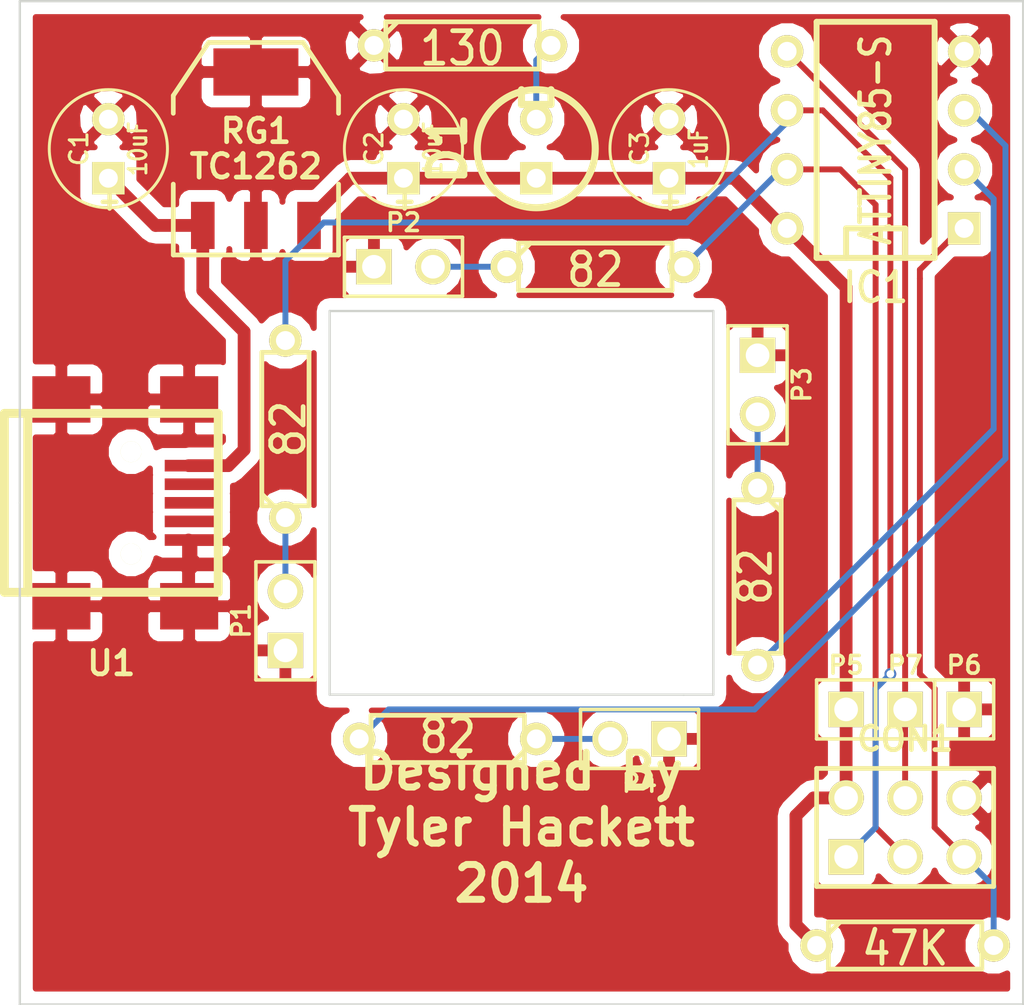
<source format=kicad_pcb>
(kicad_pcb (version 3) (host pcbnew "(2013-07-07 BZR 4022)-stable")

  (general
    (links 41)
    (no_connects 0)
    (area 175.736956 109.169999 221.3356 152.450001)
    (thickness 1.6)
    (drawings 12)
    (tracks 71)
    (zones 0)
    (modules 21)
    (nets 15)
  )

  (page A3)
  (layers
    (15 F.Cu signal)
    (0 B.Cu signal)
    (16 B.Adhes user)
    (17 F.Adhes user)
    (18 B.Paste user)
    (19 F.Paste user)
    (20 B.SilkS user)
    (21 F.SilkS user)
    (22 B.Mask user)
    (23 F.Mask user)
    (24 Dwgs.User user)
    (25 Cmts.User user)
    (26 Eco1.User user)
    (27 Eco2.User user)
    (28 Edge.Cuts user)
  )

  (setup
    (last_trace_width 0.254)
    (trace_clearance 0.2032)
    (zone_clearance 0.508)
    (zone_45_only no)
    (trace_min 0.254)
    (segment_width 0.2)
    (edge_width 0.1)
    (via_size 0.508)
    (via_drill 0.3302)
    (via_min_size 0.508)
    (via_min_drill 0.3302)
    (uvia_size 0.508)
    (uvia_drill 0.127)
    (uvias_allowed no)
    (uvia_min_size 0.508)
    (uvia_min_drill 0.127)
    (pcb_text_width 0.3)
    (pcb_text_size 1.5 1.5)
    (mod_edge_width 0.15)
    (mod_text_size 1 1)
    (mod_text_width 0.15)
    (pad_size 2.49936 1.99898)
    (pad_drill 0)
    (pad_to_mask_clearance 0)
    (aux_axis_origin 0 0)
    (visible_elements 7FFFFFFF)
    (pcbplotparams
      (layerselection 284196865)
      (usegerberextensions true)
      (excludeedgelayer true)
      (linewidth 0.150000)
      (plotframeref false)
      (viasonmask false)
      (mode 1)
      (useauxorigin false)
      (hpglpennumber 1)
      (hpglpenspeed 20)
      (hpglpendiameter 15)
      (hpglpenoverlay 2)
      (psnegative false)
      (psa4output false)
      (plotreference true)
      (plotvalue true)
      (plotothertext true)
      (plotinvisibletext false)
      (padsonsilk false)
      (subtractmaskfromsilk true)
      (outputformat 1)
      (mirror false)
      (drillshape 0)
      (scaleselection 1)
      (outputdirectory S:/Users/TyDesktop/Documents/GitHub/3D-LED-Companion-Cube/src/Circuit/Companion_Cube_DIP/Gerber/))
  )

  (net 0 "")
  (net 1 GND)
  (net 2 N-0000010)
  (net 3 N-0000011)
  (net 4 N-0000012)
  (net 5 N-0000017)
  (net 6 N-000002)
  (net 7 N-000003)
  (net 8 N-000004)
  (net 9 N-000005)
  (net 10 N-000006)
  (net 11 N-000007)
  (net 12 N-000008)
  (net 13 N-000009)
  (net 14 VCC)

  (net_class Default "This is the default net class."
    (clearance 0.2032)
    (trace_width 0.254)
    (via_dia 0.508)
    (via_drill 0.3302)
    (uvia_dia 0.508)
    (uvia_drill 0.127)
    (add_net "")
    (add_net N-0000010)
    (add_net N-0000011)
    (add_net N-0000012)
    (add_net N-000002)
    (add_net N-000003)
    (add_net N-000004)
    (add_net N-000005)
    (add_net N-000006)
    (add_net N-000007)
    (add_net N-000008)
    (add_net N-000009)
  )

  (net_class VCC ""
    (clearance 0.254)
    (trace_width 0.55)
    (via_dia 1)
    (via_drill 0.635)
    (uvia_dia 0.508)
    (uvia_drill 0.127)
    (add_net GND)
    (add_net N-0000017)
    (add_net VCC)
  )

  (module USB_MINI_B (layer F.Cu) (tedit 54897155) (tstamp 54890D87)
    (at 181.737 130.81)
    (descr "USB Mini-B 5-pin SMD connector")
    (tags "USB, Mini-B, connector")
    (path /54803DB7)
    (fp_text reference U1 (at 0 6.90118) (layer F.SilkS)
      (effects (font (size 1.016 1.016) (thickness 0.2032)))
    )
    (fp_text value MINI-B_USB (at 0 -7.0993) (layer F.SilkS) hide
      (effects (font (size 1.016 1.016) (thickness 0.2032)))
    )
    (fp_line (start -3.59918 -3.85064) (end -3.59918 3.85064) (layer F.SilkS) (width 0.381))
    (fp_line (start -4.59994 -3.85064) (end -4.59994 3.85064) (layer F.SilkS) (width 0.381))
    (fp_line (start -4.59994 3.85064) (end 4.59994 3.85064) (layer F.SilkS) (width 0.381))
    (fp_line (start 4.59994 3.85064) (end 4.59994 -3.85064) (layer F.SilkS) (width 0.381))
    (fp_line (start 4.59994 -3.85064) (end -4.59994 -3.85064) (layer F.SilkS) (width 0.381))
    (pad 1 smd rect (at 3.44932 -1.6002) (size 2.30124 0.50038)
      (layers F.Cu F.Paste F.Mask)
      (net 5 N-0000017)
    )
    (pad 2 smd rect (at 3.44932 -0.8001) (size 2.30124 0.50038)
      (layers F.Cu F.Paste F.Mask)
    )
    (pad 3 smd rect (at 3.44932 0) (size 2.30124 0.50038)
      (layers F.Cu F.Paste F.Mask)
    )
    (pad 4 smd rect (at 3.44932 0.8001) (size 2.30124 0.50038)
      (layers F.Cu F.Paste F.Mask)
    )
    (pad 5 smd rect (at 3.44932 1.6002) (size 2.30124 0.50038)
      (layers F.Cu F.Paste F.Mask)
      (net 1 GND)
    )
    (pad 6 smd rect (at 3.35026 -4.45008) (size 2.49936 1.99898)
      (layers F.Cu F.Paste F.Mask)
      (net 1 GND)
    )
    (pad 7 smd rect (at -2.14884 -4.45008) (size 2.49936 1.99898)
      (layers F.Cu F.Paste F.Mask)
      (net 1 GND)
    )
    (pad 8 smd rect (at 3.35026 4.45008) (size 2.49936 1.99898)
      (layers F.Cu F.Paste F.Mask)
      (net 1 GND)
    )
    (pad 9 smd rect (at -2.14884 4.45008) (size 2.49936 1.99898)
      (layers F.Cu F.Paste F.Mask)
      (net 1 GND)
    )
    (pad "" np_thru_hole circle (at 0.8509 -2.19964) (size 0.89916 0.89916) (drill 0.89916)
      (layers *.Cu *.Mask F.SilkS)
    )
    (pad 2 np_thru_hole circle (at 0.8509 2.19964) (size 0.89916 0.89916) (drill 0.89916)
      (layers *.Cu *.Mask F.SilkS)
    )
  )

  (module SOT223 (layer F.Cu) (tedit 200000) (tstamp 54890D97)
    (at 187.96 115.57)
    (descr "module CMS SOT223 4 pins")
    (tags "CMS SOT")
    (path /54804EE1)
    (attr smd)
    (fp_text reference RG1 (at 0 -0.762) (layer F.SilkS)
      (effects (font (size 1.016 1.016) (thickness 0.2032)))
    )
    (fp_text value TC1262 (at 0 0.762) (layer F.SilkS)
      (effects (font (size 1.016 1.016) (thickness 0.2032)))
    )
    (fp_line (start -3.556 1.524) (end -3.556 4.572) (layer F.SilkS) (width 0.2032))
    (fp_line (start -3.556 4.572) (end 3.556 4.572) (layer F.SilkS) (width 0.2032))
    (fp_line (start 3.556 4.572) (end 3.556 1.524) (layer F.SilkS) (width 0.2032))
    (fp_line (start -3.556 -1.524) (end -3.556 -2.286) (layer F.SilkS) (width 0.2032))
    (fp_line (start -3.556 -2.286) (end -2.032 -4.572) (layer F.SilkS) (width 0.2032))
    (fp_line (start -2.032 -4.572) (end 2.032 -4.572) (layer F.SilkS) (width 0.2032))
    (fp_line (start 2.032 -4.572) (end 3.556 -2.286) (layer F.SilkS) (width 0.2032))
    (fp_line (start 3.556 -2.286) (end 3.556 -1.524) (layer F.SilkS) (width 0.2032))
    (pad 4 smd rect (at 0 -3.302) (size 3.6576 2.032)
      (layers F.Cu F.Paste F.Mask)
      (net 1 GND)
    )
    (pad 2 smd rect (at 0 3.302) (size 1.016 2.032)
      (layers F.Cu F.Paste F.Mask)
      (net 1 GND)
    )
    (pad 3 smd rect (at 2.286 3.302) (size 1.016 2.032)
      (layers F.Cu F.Paste F.Mask)
      (net 14 VCC)
    )
    (pad 1 smd rect (at -2.286 3.302) (size 1.016 2.032)
      (layers F.Cu F.Paste F.Mask)
      (net 5 N-0000017)
    )
    (model smd/SOT223.wrl
      (at (xyz 0 0 0))
      (scale (xyz 0.4 0.4 0.4))
      (rotate (xyz 0 0 0))
    )
  )

  (module R3 (layer F.Cu) (tedit 4E4C0E65) (tstamp 54890DB9)
    (at 196.215 140.97 180)
    (descr "Resitance 3 pas")
    (tags R)
    (path /54803F19)
    (autoplace_cost180 10)
    (fp_text reference R4 (at 0 0.127 180) (layer F.SilkS) hide
      (effects (font (size 1.397 1.27) (thickness 0.2032)))
    )
    (fp_text value 82 (at 0 0.127 180) (layer F.SilkS)
      (effects (font (size 1.397 1.27) (thickness 0.2032)))
    )
    (fp_line (start -3.81 0) (end -3.302 0) (layer F.SilkS) (width 0.2032))
    (fp_line (start 3.81 0) (end 3.302 0) (layer F.SilkS) (width 0.2032))
    (fp_line (start 3.302 0) (end 3.302 -1.016) (layer F.SilkS) (width 0.2032))
    (fp_line (start 3.302 -1.016) (end -3.302 -1.016) (layer F.SilkS) (width 0.2032))
    (fp_line (start -3.302 -1.016) (end -3.302 1.016) (layer F.SilkS) (width 0.2032))
    (fp_line (start -3.302 1.016) (end 3.302 1.016) (layer F.SilkS) (width 0.2032))
    (fp_line (start 3.302 1.016) (end 3.302 0) (layer F.SilkS) (width 0.2032))
    (fp_line (start -3.302 -0.508) (end -2.794 -1.016) (layer F.SilkS) (width 0.2032))
    (pad 1 thru_hole circle (at -3.81 0 180) (size 1.397 1.397) (drill 0.8128)
      (layers *.Cu *.Mask F.SilkS)
      (net 12 N-000008)
    )
    (pad 2 thru_hole circle (at 3.81 0 180) (size 1.397 1.397) (drill 0.8128)
      (layers *.Cu *.Mask F.SilkS)
      (net 8 N-000004)
    )
    (model discret/resistor.wrl
      (at (xyz 0 0 0))
      (scale (xyz 0.3 0.3 0.3))
      (rotate (xyz 0 0 0))
    )
  )

  (module R3 (layer F.Cu) (tedit 4E4C0E65) (tstamp 54890DC7)
    (at 209.55 133.985 270)
    (descr "Resitance 3 pas")
    (tags R)
    (path /54803F42)
    (autoplace_cost180 10)
    (fp_text reference R3 (at 0 0.127 270) (layer F.SilkS) hide
      (effects (font (size 1.397 1.27) (thickness 0.2032)))
    )
    (fp_text value 82 (at 0 0.127 270) (layer F.SilkS)
      (effects (font (size 1.397 1.27) (thickness 0.2032)))
    )
    (fp_line (start -3.81 0) (end -3.302 0) (layer F.SilkS) (width 0.2032))
    (fp_line (start 3.81 0) (end 3.302 0) (layer F.SilkS) (width 0.2032))
    (fp_line (start 3.302 0) (end 3.302 -1.016) (layer F.SilkS) (width 0.2032))
    (fp_line (start 3.302 -1.016) (end -3.302 -1.016) (layer F.SilkS) (width 0.2032))
    (fp_line (start -3.302 -1.016) (end -3.302 1.016) (layer F.SilkS) (width 0.2032))
    (fp_line (start -3.302 1.016) (end 3.302 1.016) (layer F.SilkS) (width 0.2032))
    (fp_line (start 3.302 1.016) (end 3.302 0) (layer F.SilkS) (width 0.2032))
    (fp_line (start -3.302 -0.508) (end -2.794 -1.016) (layer F.SilkS) (width 0.2032))
    (pad 1 thru_hole circle (at -3.81 0 270) (size 1.397 1.397) (drill 0.8128)
      (layers *.Cu *.Mask F.SilkS)
      (net 2 N-0000010)
    )
    (pad 2 thru_hole circle (at 3.81 0 270) (size 1.397 1.397) (drill 0.8128)
      (layers *.Cu *.Mask F.SilkS)
      (net 9 N-000005)
    )
    (model discret/resistor.wrl
      (at (xyz 0 0 0))
      (scale (xyz 0.3 0.3 0.3))
      (rotate (xyz 0 0 0))
    )
  )

  (module R3 (layer F.Cu) (tedit 4E4C0E65) (tstamp 54890DD5)
    (at 202.565 120.65)
    (descr "Resitance 3 pas")
    (tags R)
    (path /54803F51)
    (autoplace_cost180 10)
    (fp_text reference R2 (at 0 0.127) (layer F.SilkS) hide
      (effects (font (size 1.397 1.27) (thickness 0.2032)))
    )
    (fp_text value 82 (at 0 0.127) (layer F.SilkS)
      (effects (font (size 1.397 1.27) (thickness 0.2032)))
    )
    (fp_line (start -3.81 0) (end -3.302 0) (layer F.SilkS) (width 0.2032))
    (fp_line (start 3.81 0) (end 3.302 0) (layer F.SilkS) (width 0.2032))
    (fp_line (start 3.302 0) (end 3.302 -1.016) (layer F.SilkS) (width 0.2032))
    (fp_line (start 3.302 -1.016) (end -3.302 -1.016) (layer F.SilkS) (width 0.2032))
    (fp_line (start -3.302 -1.016) (end -3.302 1.016) (layer F.SilkS) (width 0.2032))
    (fp_line (start -3.302 1.016) (end 3.302 1.016) (layer F.SilkS) (width 0.2032))
    (fp_line (start 3.302 1.016) (end 3.302 0) (layer F.SilkS) (width 0.2032))
    (fp_line (start -3.302 -0.508) (end -2.794 -1.016) (layer F.SilkS) (width 0.2032))
    (pad 1 thru_hole circle (at -3.81 0) (size 1.397 1.397) (drill 0.8128)
      (layers *.Cu *.Mask F.SilkS)
      (net 3 N-0000011)
    )
    (pad 2 thru_hole circle (at 3.81 0) (size 1.397 1.397) (drill 0.8128)
      (layers *.Cu *.Mask F.SilkS)
      (net 10 N-000006)
    )
    (model discret/resistor.wrl
      (at (xyz 0 0 0))
      (scale (xyz 0.3 0.3 0.3))
      (rotate (xyz 0 0 0))
    )
  )

  (module R3 (layer F.Cu) (tedit 4E4C0E65) (tstamp 54890DE3)
    (at 189.23 127.635 90)
    (descr "Resitance 3 pas")
    (tags R)
    (path /54803F60)
    (autoplace_cost180 10)
    (fp_text reference R1 (at 0 0.127 90) (layer F.SilkS) hide
      (effects (font (size 1.397 1.27) (thickness 0.2032)))
    )
    (fp_text value 82 (at 0 0.127 90) (layer F.SilkS)
      (effects (font (size 1.397 1.27) (thickness 0.2032)))
    )
    (fp_line (start -3.81 0) (end -3.302 0) (layer F.SilkS) (width 0.2032))
    (fp_line (start 3.81 0) (end 3.302 0) (layer F.SilkS) (width 0.2032))
    (fp_line (start 3.302 0) (end 3.302 -1.016) (layer F.SilkS) (width 0.2032))
    (fp_line (start 3.302 -1.016) (end -3.302 -1.016) (layer F.SilkS) (width 0.2032))
    (fp_line (start -3.302 -1.016) (end -3.302 1.016) (layer F.SilkS) (width 0.2032))
    (fp_line (start -3.302 1.016) (end 3.302 1.016) (layer F.SilkS) (width 0.2032))
    (fp_line (start 3.302 1.016) (end 3.302 0) (layer F.SilkS) (width 0.2032))
    (fp_line (start -3.302 -0.508) (end -2.794 -1.016) (layer F.SilkS) (width 0.2032))
    (pad 1 thru_hole circle (at -3.81 0 90) (size 1.397 1.397) (drill 0.8128)
      (layers *.Cu *.Mask F.SilkS)
      (net 4 N-0000012)
    )
    (pad 2 thru_hole circle (at 3.81 0 90) (size 1.397 1.397) (drill 0.8128)
      (layers *.Cu *.Mask F.SilkS)
      (net 11 N-000007)
    )
    (model discret/resistor.wrl
      (at (xyz 0 0 0))
      (scale (xyz 0.3 0.3 0.3))
      (rotate (xyz 0 0 0))
    )
  )

  (module R3 (layer F.Cu) (tedit 4E4C0E65) (tstamp 54890DF1)
    (at 215.9 149.86)
    (descr "Resitance 3 pas")
    (tags R)
    (path /54818FB5)
    (autoplace_cost180 10)
    (fp_text reference R6 (at 0 0.127) (layer F.SilkS) hide
      (effects (font (size 1.397 1.27) (thickness 0.2032)))
    )
    (fp_text value 47K (at 0 0.127) (layer F.SilkS)
      (effects (font (size 1.397 1.27) (thickness 0.2032)))
    )
    (fp_line (start -3.81 0) (end -3.302 0) (layer F.SilkS) (width 0.2032))
    (fp_line (start 3.81 0) (end 3.302 0) (layer F.SilkS) (width 0.2032))
    (fp_line (start 3.302 0) (end 3.302 -1.016) (layer F.SilkS) (width 0.2032))
    (fp_line (start 3.302 -1.016) (end -3.302 -1.016) (layer F.SilkS) (width 0.2032))
    (fp_line (start -3.302 -1.016) (end -3.302 1.016) (layer F.SilkS) (width 0.2032))
    (fp_line (start -3.302 1.016) (end 3.302 1.016) (layer F.SilkS) (width 0.2032))
    (fp_line (start 3.302 1.016) (end 3.302 0) (layer F.SilkS) (width 0.2032))
    (fp_line (start -3.302 -0.508) (end -2.794 -1.016) (layer F.SilkS) (width 0.2032))
    (pad 1 thru_hole circle (at -3.81 0) (size 1.397 1.397) (drill 0.8128)
      (layers *.Cu *.Mask F.SilkS)
      (net 14 VCC)
    )
    (pad 2 thru_hole circle (at 3.81 0) (size 1.397 1.397) (drill 0.8128)
      (layers *.Cu *.Mask F.SilkS)
      (net 6 N-000002)
    )
    (model discret/resistor.wrl
      (at (xyz 0 0 0))
      (scale (xyz 0.3 0.3 0.3))
      (rotate (xyz 0 0 0))
    )
  )

  (module R3 (layer F.Cu) (tedit 4E4C0E65) (tstamp 54890DFF)
    (at 196.85 111.125)
    (descr "Resitance 3 pas")
    (tags R)
    (path /54805CDD)
    (autoplace_cost180 10)
    (fp_text reference R5 (at 0 0.127) (layer F.SilkS) hide
      (effects (font (size 1.397 1.27) (thickness 0.2032)))
    )
    (fp_text value 130 (at 0 0.127) (layer F.SilkS)
      (effects (font (size 1.397 1.27) (thickness 0.2032)))
    )
    (fp_line (start -3.81 0) (end -3.302 0) (layer F.SilkS) (width 0.2032))
    (fp_line (start 3.81 0) (end 3.302 0) (layer F.SilkS) (width 0.2032))
    (fp_line (start 3.302 0) (end 3.302 -1.016) (layer F.SilkS) (width 0.2032))
    (fp_line (start 3.302 -1.016) (end -3.302 -1.016) (layer F.SilkS) (width 0.2032))
    (fp_line (start -3.302 -1.016) (end -3.302 1.016) (layer F.SilkS) (width 0.2032))
    (fp_line (start -3.302 1.016) (end 3.302 1.016) (layer F.SilkS) (width 0.2032))
    (fp_line (start 3.302 1.016) (end 3.302 0) (layer F.SilkS) (width 0.2032))
    (fp_line (start -3.302 -0.508) (end -2.794 -1.016) (layer F.SilkS) (width 0.2032))
    (pad 1 thru_hole circle (at -3.81 0) (size 1.397 1.397) (drill 0.8128)
      (layers *.Cu *.Mask F.SilkS)
      (net 1 GND)
    )
    (pad 2 thru_hole circle (at 3.81 0) (size 1.397 1.397) (drill 0.8128)
      (layers *.Cu *.Mask F.SilkS)
      (net 13 N-000009)
    )
    (model discret/resistor.wrl
      (at (xyz 0 0 0))
      (scale (xyz 0.3 0.3 0.3))
      (rotate (xyz 0 0 0))
    )
  )

  (module pin_array_3x2 (layer F.Cu) (tedit 42931587) (tstamp 54890E0D)
    (at 215.9 144.78)
    (descr "Double rangee de contacts 2 x 4 pins")
    (tags CONN)
    (path /5480474F)
    (fp_text reference CON1 (at 0 -3.81) (layer F.SilkS)
      (effects (font (size 1.016 1.016) (thickness 0.2032)))
    )
    (fp_text value AVR-ISP-6 (at 0 3.81) (layer F.SilkS) hide
      (effects (font (size 1.016 1.016) (thickness 0.2032)))
    )
    (fp_line (start 3.81 2.54) (end -3.81 2.54) (layer F.SilkS) (width 0.2032))
    (fp_line (start -3.81 -2.54) (end 3.81 -2.54) (layer F.SilkS) (width 0.2032))
    (fp_line (start 3.81 -2.54) (end 3.81 2.54) (layer F.SilkS) (width 0.2032))
    (fp_line (start -3.81 2.54) (end -3.81 -2.54) (layer F.SilkS) (width 0.2032))
    (pad 1 thru_hole rect (at -2.54 1.27) (size 1.524 1.524) (drill 1.016)
      (layers *.Cu *.Mask F.SilkS)
      (net 11 N-000007)
    )
    (pad 2 thru_hole circle (at -2.54 -1.27) (size 1.524 1.524) (drill 1.016)
      (layers *.Cu *.Mask F.SilkS)
      (net 14 VCC)
    )
    (pad 3 thru_hole circle (at 0 1.27) (size 1.524 1.524) (drill 1.016)
      (layers *.Cu *.Mask F.SilkS)
      (net 10 N-000006)
    )
    (pad 4 thru_hole circle (at 0 -1.27) (size 1.524 1.524) (drill 1.016)
      (layers *.Cu *.Mask F.SilkS)
      (net 7 N-000003)
    )
    (pad 5 thru_hole circle (at 2.54 1.27) (size 1.524 1.524) (drill 1.016)
      (layers *.Cu *.Mask F.SilkS)
      (net 6 N-000002)
    )
    (pad 6 thru_hole circle (at 2.54 -1.27) (size 1.524 1.524) (drill 1.016)
      (layers *.Cu *.Mask F.SilkS)
      (net 1 GND)
    )
    (model pin_array/pins_array_3x2.wrl
      (at (xyz 0 0 0))
      (scale (xyz 1 1 1))
      (rotate (xyz 0 0 0))
    )
  )

  (module PIN_ARRAY_2X1 (layer F.Cu) (tedit 4565C520) (tstamp 54890E17)
    (at 209.55 125.73 270)
    (descr "Connecteurs 2 pins")
    (tags "CONN DEV")
    (path /54890B72)
    (fp_text reference P3 (at 0 -1.905 270) (layer F.SilkS)
      (effects (font (size 0.762 0.762) (thickness 0.1524)))
    )
    (fp_text value LED_2 (at 0 -1.905 270) (layer F.SilkS) hide
      (effects (font (size 0.762 0.762) (thickness 0.1524)))
    )
    (fp_line (start -2.54 1.27) (end -2.54 -1.27) (layer F.SilkS) (width 0.1524))
    (fp_line (start -2.54 -1.27) (end 2.54 -1.27) (layer F.SilkS) (width 0.1524))
    (fp_line (start 2.54 -1.27) (end 2.54 1.27) (layer F.SilkS) (width 0.1524))
    (fp_line (start 2.54 1.27) (end -2.54 1.27) (layer F.SilkS) (width 0.1524))
    (pad 1 thru_hole rect (at -1.27 0 270) (size 1.524 1.524) (drill 1.016)
      (layers *.Cu *.Mask F.SilkS)
      (net 1 GND)
    )
    (pad 2 thru_hole circle (at 1.27 0 270) (size 1.524 1.524) (drill 1.016)
      (layers *.Cu *.Mask F.SilkS)
      (net 2 N-0000010)
    )
    (model pin_array/pins_array_2x1.wrl
      (at (xyz 0 0 0))
      (scale (xyz 1 1 1))
      (rotate (xyz 0 0 0))
    )
  )

  (module PIN_ARRAY_2X1 (layer F.Cu) (tedit 4565C520) (tstamp 54890E21)
    (at 194.31 120.65)
    (descr "Connecteurs 2 pins")
    (tags "CONN DEV")
    (path /54890B63)
    (fp_text reference P2 (at 0 -1.905) (layer F.SilkS)
      (effects (font (size 0.762 0.762) (thickness 0.1524)))
    )
    (fp_text value LED_3 (at 0 -1.905) (layer F.SilkS) hide
      (effects (font (size 0.762 0.762) (thickness 0.1524)))
    )
    (fp_line (start -2.54 1.27) (end -2.54 -1.27) (layer F.SilkS) (width 0.1524))
    (fp_line (start -2.54 -1.27) (end 2.54 -1.27) (layer F.SilkS) (width 0.1524))
    (fp_line (start 2.54 -1.27) (end 2.54 1.27) (layer F.SilkS) (width 0.1524))
    (fp_line (start 2.54 1.27) (end -2.54 1.27) (layer F.SilkS) (width 0.1524))
    (pad 1 thru_hole rect (at -1.27 0) (size 1.524 1.524) (drill 1.016)
      (layers *.Cu *.Mask F.SilkS)
      (net 1 GND)
    )
    (pad 2 thru_hole circle (at 1.27 0) (size 1.524 1.524) (drill 1.016)
      (layers *.Cu *.Mask F.SilkS)
      (net 3 N-0000011)
    )
    (model pin_array/pins_array_2x1.wrl
      (at (xyz 0 0 0))
      (scale (xyz 1 1 1))
      (rotate (xyz 0 0 0))
    )
  )

  (module PIN_ARRAY_2X1 (layer F.Cu) (tedit 4565C520) (tstamp 54890E2B)
    (at 189.23 135.89 90)
    (descr "Connecteurs 2 pins")
    (tags "CONN DEV")
    (path /54890B4A)
    (fp_text reference P1 (at 0 -1.905 90) (layer F.SilkS)
      (effects (font (size 0.762 0.762) (thickness 0.1524)))
    )
    (fp_text value LED_4 (at 0 -1.905 90) (layer F.SilkS) hide
      (effects (font (size 0.762 0.762) (thickness 0.1524)))
    )
    (fp_line (start -2.54 1.27) (end -2.54 -1.27) (layer F.SilkS) (width 0.1524))
    (fp_line (start -2.54 -1.27) (end 2.54 -1.27) (layer F.SilkS) (width 0.1524))
    (fp_line (start 2.54 -1.27) (end 2.54 1.27) (layer F.SilkS) (width 0.1524))
    (fp_line (start 2.54 1.27) (end -2.54 1.27) (layer F.SilkS) (width 0.1524))
    (pad 1 thru_hole rect (at -1.27 0 90) (size 1.524 1.524) (drill 1.016)
      (layers *.Cu *.Mask F.SilkS)
      (net 1 GND)
    )
    (pad 2 thru_hole circle (at 1.27 0 90) (size 1.524 1.524) (drill 1.016)
      (layers *.Cu *.Mask F.SilkS)
      (net 4 N-0000012)
    )
    (model pin_array/pins_array_2x1.wrl
      (at (xyz 0 0 0))
      (scale (xyz 1 1 1))
      (rotate (xyz 0 0 0))
    )
  )

  (module PIN_ARRAY_2X1 (layer F.Cu) (tedit 4565C520) (tstamp 54890E35)
    (at 204.47 140.97 180)
    (descr "Connecteurs 2 pins")
    (tags "CONN DEV")
    (path /54890B81)
    (fp_text reference P4 (at 0 -1.905 180) (layer F.SilkS)
      (effects (font (size 0.762 0.762) (thickness 0.1524)))
    )
    (fp_text value LED_1 (at 0 -1.905 180) (layer F.SilkS) hide
      (effects (font (size 0.762 0.762) (thickness 0.1524)))
    )
    (fp_line (start -2.54 1.27) (end -2.54 -1.27) (layer F.SilkS) (width 0.1524))
    (fp_line (start -2.54 -1.27) (end 2.54 -1.27) (layer F.SilkS) (width 0.1524))
    (fp_line (start 2.54 -1.27) (end 2.54 1.27) (layer F.SilkS) (width 0.1524))
    (fp_line (start 2.54 1.27) (end -2.54 1.27) (layer F.SilkS) (width 0.1524))
    (pad 1 thru_hole rect (at -1.27 0 180) (size 1.524 1.524) (drill 1.016)
      (layers *.Cu *.Mask F.SilkS)
      (net 1 GND)
    )
    (pad 2 thru_hole circle (at 1.27 0 180) (size 1.524 1.524) (drill 1.016)
      (layers *.Cu *.Mask F.SilkS)
      (net 12 N-000008)
    )
    (model pin_array/pins_array_2x1.wrl
      (at (xyz 0 0 0))
      (scale (xyz 1 1 1))
      (rotate (xyz 0 0 0))
    )
  )

  (module PIN_ARRAY_1 (layer F.Cu) (tedit 4E4E744E) (tstamp 54890E3E)
    (at 215.9 139.7)
    (descr "1 pin")
    (tags "CONN DEV")
    (path /54890B90)
    (fp_text reference P7 (at 0 -1.905) (layer F.SilkS)
      (effects (font (size 0.762 0.762) (thickness 0.1524)))
    )
    (fp_text value CONN_1 (at 0 -1.905) (layer F.SilkS) hide
      (effects (font (size 0.762 0.762) (thickness 0.1524)))
    )
    (fp_line (start 1.27 1.27) (end -1.27 1.27) (layer F.SilkS) (width 0.1524))
    (fp_line (start -1.27 -1.27) (end 1.27 -1.27) (layer F.SilkS) (width 0.1524))
    (fp_line (start -1.27 1.27) (end -1.27 -1.27) (layer F.SilkS) (width 0.1524))
    (fp_line (start 1.27 -1.27) (end 1.27 1.27) (layer F.SilkS) (width 0.1524))
    (pad 1 thru_hole rect (at 0 0) (size 1.524 1.524) (drill 1.016)
      (layers *.Cu *.Mask F.SilkS)
      (net 7 N-000003)
    )
    (model pin_array\pin_1.wrl
      (at (xyz 0 0 0))
      (scale (xyz 1 1 1))
      (rotate (xyz 0 0 0))
    )
  )

  (module PIN_ARRAY_1 (layer F.Cu) (tedit 4E4E744E) (tstamp 54890E47)
    (at 218.44 139.7)
    (descr "1 pin")
    (tags "CONN DEV")
    (path /54890BA6)
    (fp_text reference P6 (at 0 -1.905) (layer F.SilkS)
      (effects (font (size 0.762 0.762) (thickness 0.1524)))
    )
    (fp_text value CONN_1 (at 0 -1.905) (layer F.SilkS) hide
      (effects (font (size 0.762 0.762) (thickness 0.1524)))
    )
    (fp_line (start 1.27 1.27) (end -1.27 1.27) (layer F.SilkS) (width 0.1524))
    (fp_line (start -1.27 -1.27) (end 1.27 -1.27) (layer F.SilkS) (width 0.1524))
    (fp_line (start -1.27 1.27) (end -1.27 -1.27) (layer F.SilkS) (width 0.1524))
    (fp_line (start 1.27 -1.27) (end 1.27 1.27) (layer F.SilkS) (width 0.1524))
    (pad 1 thru_hole rect (at 0 0) (size 1.524 1.524) (drill 1.016)
      (layers *.Cu *.Mask F.SilkS)
      (net 1 GND)
    )
    (model pin_array\pin_1.wrl
      (at (xyz 0 0 0))
      (scale (xyz 1 1 1))
      (rotate (xyz 0 0 0))
    )
  )

  (module PIN_ARRAY_1 (layer F.Cu) (tedit 4E4E744E) (tstamp 54890E50)
    (at 213.36 139.7)
    (descr "1 pin")
    (tags "CONN DEV")
    (path /54890BB5)
    (fp_text reference P5 (at 0 -1.905) (layer F.SilkS)
      (effects (font (size 0.762 0.762) (thickness 0.1524)))
    )
    (fp_text value CONN_1 (at 0 -1.905) (layer F.SilkS) hide
      (effects (font (size 0.762 0.762) (thickness 0.1524)))
    )
    (fp_line (start 1.27 1.27) (end -1.27 1.27) (layer F.SilkS) (width 0.1524))
    (fp_line (start -1.27 -1.27) (end 1.27 -1.27) (layer F.SilkS) (width 0.1524))
    (fp_line (start -1.27 1.27) (end -1.27 -1.27) (layer F.SilkS) (width 0.1524))
    (fp_line (start 1.27 -1.27) (end 1.27 1.27) (layer F.SilkS) (width 0.1524))
    (pad 1 thru_hole rect (at 0 0) (size 1.524 1.524) (drill 1.016)
      (layers *.Cu *.Mask F.SilkS)
      (net 14 VCC)
    )
    (model pin_array\pin_1.wrl
      (at (xyz 0 0 0))
      (scale (xyz 1 1 1))
      (rotate (xyz 0 0 0))
    )
  )

  (module LEDV (layer F.Cu) (tedit 200000) (tstamp 54890E5A)
    (at 200.025 115.57 90)
    (descr "Led verticale diam 6mm")
    (tags "LED DEV")
    (path /5480571F)
    (fp_text reference D1 (at 0 -3.81 90) (layer F.SilkS)
      (effects (font (size 1.524 1.524) (thickness 0.3048)))
    )
    (fp_text value RED (at 0 -3.81 90) (layer F.SilkS) hide
      (effects (font (size 1.524 1.524) (thickness 0.3048)))
    )
    (fp_circle (center 0 0) (end -2.54 0) (layer F.SilkS) (width 0.3048))
    (fp_line (start 2.54 -0.635) (end 1.905 -0.635) (layer F.SilkS) (width 0.3048))
    (fp_line (start 1.905 -0.635) (end 1.905 0.635) (layer F.SilkS) (width 0.3048))
    (fp_line (start 1.905 0.635) (end 2.54 0.635) (layer F.SilkS) (width 0.3048))
    (pad 1 thru_hole rect (at -1.27 0 90) (size 1.397 1.397) (drill 0.8128)
      (layers *.Cu *.Mask F.SilkS)
      (net 14 VCC)
    )
    (pad 2 thru_hole circle (at 1.27 0 90) (size 1.397 1.397) (drill 0.8128)
      (layers *.Cu *.Mask F.SilkS)
      (net 13 N-000009)
    )
    (model discret/led5_vertical.wrl
      (at (xyz 0 0 0))
      (scale (xyz 1 1 1))
      (rotate (xyz 0 0 0))
    )
  )

  (module C1V5 (layer F.Cu) (tedit 3E070CF4) (tstamp 54890E62)
    (at 194.31 115.57 90)
    (descr "Condensateur e = 1 pas")
    (tags C)
    (path /54805432)
    (fp_text reference C2 (at 0 -1.26746 90) (layer F.SilkS)
      (effects (font (size 0.762 0.762) (thickness 0.127)))
    )
    (fp_text value 10uF (at 0 1.27 90) (layer F.SilkS)
      (effects (font (size 0.762 0.635) (thickness 0.127)))
    )
    (fp_text user + (at -2.286 0 90) (layer F.SilkS)
      (effects (font (size 0.762 0.762) (thickness 0.2032)))
    )
    (fp_circle (center 0 0) (end 0.127 -2.54) (layer F.SilkS) (width 0.127))
    (pad 1 thru_hole rect (at -1.27 0 90) (size 1.397 1.397) (drill 0.8128)
      (layers *.Cu *.Mask F.SilkS)
      (net 14 VCC)
    )
    (pad 2 thru_hole circle (at 1.27 0 90) (size 1.397 1.397) (drill 0.8128)
      (layers *.Cu *.Mask F.SilkS)
      (net 1 GND)
    )
    (model discret/c_vert_c1v5.wrl
      (at (xyz 0 0 0))
      (scale (xyz 1 1 1))
      (rotate (xyz 0 0 0))
    )
  )

  (module C1V5 (layer F.Cu) (tedit 3E070CF4) (tstamp 54890E6A)
    (at 181.61 115.57 90)
    (descr "Condensateur e = 1 pas")
    (tags C)
    (path /548051FF)
    (fp_text reference C1 (at 0 -1.26746 90) (layer F.SilkS)
      (effects (font (size 0.762 0.762) (thickness 0.127)))
    )
    (fp_text value 10uF (at 0 1.27 90) (layer F.SilkS)
      (effects (font (size 0.762 0.635) (thickness 0.127)))
    )
    (fp_text user + (at -2.286 0 90) (layer F.SilkS)
      (effects (font (size 0.762 0.762) (thickness 0.2032)))
    )
    (fp_circle (center 0 0) (end 0.127 -2.54) (layer F.SilkS) (width 0.127))
    (pad 1 thru_hole rect (at -1.27 0 90) (size 1.397 1.397) (drill 0.8128)
      (layers *.Cu *.Mask F.SilkS)
      (net 5 N-0000017)
    )
    (pad 2 thru_hole circle (at 1.27 0 90) (size 1.397 1.397) (drill 0.8128)
      (layers *.Cu *.Mask F.SilkS)
      (net 1 GND)
    )
    (model discret/c_vert_c1v5.wrl
      (at (xyz 0 0 0))
      (scale (xyz 1 1 1))
      (rotate (xyz 0 0 0))
    )
  )

  (module C1V5 (layer F.Cu) (tedit 3E070CF4) (tstamp 54890E72)
    (at 205.74 115.57 90)
    (descr "Condensateur e = 1 pas")
    (tags C)
    (path /54804B57)
    (fp_text reference C3 (at 0 -1.26746 90) (layer F.SilkS)
      (effects (font (size 0.762 0.762) (thickness 0.127)))
    )
    (fp_text value 1uF (at 0 1.27 90) (layer F.SilkS)
      (effects (font (size 0.762 0.635) (thickness 0.127)))
    )
    (fp_text user + (at -2.286 0 90) (layer F.SilkS)
      (effects (font (size 0.762 0.762) (thickness 0.2032)))
    )
    (fp_circle (center 0 0) (end 0.127 -2.54) (layer F.SilkS) (width 0.127))
    (pad 1 thru_hole rect (at -1.27 0 90) (size 1.397 1.397) (drill 0.8128)
      (layers *.Cu *.Mask F.SilkS)
      (net 14 VCC)
    )
    (pad 2 thru_hole circle (at 1.27 0 90) (size 1.397 1.397) (drill 0.8128)
      (layers *.Cu *.Mask F.SilkS)
      (net 1 GND)
    )
    (model discret/c_vert_c1v5.wrl
      (at (xyz 0 0 0))
      (scale (xyz 1 1 1))
      (rotate (xyz 0 0 0))
    )
  )

  (module DIP-8__300 (layer F.Cu) (tedit 43A7F843) (tstamp 548972CD)
    (at 214.63 115.189 90)
    (descr "8 pins DIL package, round pads")
    (tags DIL)
    (path /54803D15)
    (fp_text reference IC1 (at -6.35 0 180) (layer F.SilkS)
      (effects (font (size 1.27 1.143) (thickness 0.2032)))
    )
    (fp_text value ATTINY85-S (at 0 0 90) (layer F.SilkS)
      (effects (font (size 1.27 1.016) (thickness 0.2032)))
    )
    (fp_line (start -5.08 -1.27) (end -3.81 -1.27) (layer F.SilkS) (width 0.254))
    (fp_line (start -3.81 -1.27) (end -3.81 1.27) (layer F.SilkS) (width 0.254))
    (fp_line (start -3.81 1.27) (end -5.08 1.27) (layer F.SilkS) (width 0.254))
    (fp_line (start -5.08 -2.54) (end 5.08 -2.54) (layer F.SilkS) (width 0.254))
    (fp_line (start 5.08 -2.54) (end 5.08 2.54) (layer F.SilkS) (width 0.254))
    (fp_line (start 5.08 2.54) (end -5.08 2.54) (layer F.SilkS) (width 0.254))
    (fp_line (start -5.08 2.54) (end -5.08 -2.54) (layer F.SilkS) (width 0.254))
    (pad 1 thru_hole rect (at -3.81 3.81 90) (size 1.397 1.397) (drill 0.8128)
      (layers *.Cu *.Mask F.SilkS)
      (net 6 N-000002)
    )
    (pad 2 thru_hole circle (at -1.27 3.81 90) (size 1.397 1.397) (drill 0.8128)
      (layers *.Cu *.Mask F.SilkS)
      (net 9 N-000005)
    )
    (pad 3 thru_hole circle (at 1.27 3.81 90) (size 1.397 1.397) (drill 0.8128)
      (layers *.Cu *.Mask F.SilkS)
      (net 8 N-000004)
    )
    (pad 4 thru_hole circle (at 3.81 3.81 90) (size 1.397 1.397) (drill 0.8128)
      (layers *.Cu *.Mask F.SilkS)
      (net 1 GND)
    )
    (pad 5 thru_hole circle (at 3.81 -3.81 90) (size 1.397 1.397) (drill 0.8128)
      (layers *.Cu *.Mask F.SilkS)
      (net 7 N-000003)
    )
    (pad 6 thru_hole circle (at 1.27 -3.81 90) (size 1.397 1.397) (drill 0.8128)
      (layers *.Cu *.Mask F.SilkS)
      (net 11 N-000007)
    )
    (pad 7 thru_hole circle (at -1.27 -3.81 90) (size 1.397 1.397) (drill 0.8128)
      (layers *.Cu *.Mask F.SilkS)
      (net 10 N-000006)
    )
    (pad 8 thru_hole circle (at -3.81 -3.81 90) (size 1.397 1.397) (drill 0.8128)
      (layers *.Cu *.Mask F.SilkS)
      (net 14 VCC)
    )
    (model dil/dil_8.wrl
      (at (xyz 0 0 0))
      (scale (xyz 1 1 1))
      (rotate (xyz 0 0 0))
    )
  )

  (gr_text "Designed By\nTyler Hackett\n2014" (at 199.39 144.78) (layer F.SilkS)
    (effects (font (size 1.5 1.5) (thickness 0.3)))
  )
  (gr_text TASH (at 182.88 144.78 270) (layer F.Mask)
    (effects (font (size 3.5 3.5) (thickness 0.5)))
  )
  (gr_line (start 177.8 109.22) (end 177.8 130.81) (angle 90) (layer Edge.Cuts) (width 0.1))
  (gr_line (start 220.98 109.22) (end 177.8 109.22) (angle 90) (layer Edge.Cuts) (width 0.1))
  (gr_line (start 220.98 152.4) (end 220.98 109.22) (angle 90) (layer Edge.Cuts) (width 0.1))
  (gr_line (start 177.8 152.4) (end 220.98 152.4) (angle 90) (layer Edge.Cuts) (width 0.1))
  (gr_line (start 177.8 130.81) (end 177.8 152.4) (angle 90) (layer Edge.Cuts) (width 0.1))
  (gr_line (start 191.135 122.555) (end 191.135 139.065) (angle 90) (layer Edge.Cuts) (width 0.1))
  (gr_line (start 207.645 122.555) (end 191.135 122.555) (angle 90) (layer Edge.Cuts) (width 0.1))
  (gr_line (start 207.645 139.065) (end 207.645 122.555) (angle 90) (layer Edge.Cuts) (width 0.1))
  (gr_line (start 206.375 139.065) (end 207.645 139.065) (angle 90) (layer Edge.Cuts) (width 0.1))
  (gr_line (start 191.135 139.065) (end 206.375 139.065) (angle 90) (layer Edge.Cuts) (width 0.1))

  (segment (start 185.05932 132.4102) (end 185.05932 135.16102) (width 0.55) (layer F.Cu) (net 1))
  (segment (start 185.05932 135.16102) (end 184.96026 135.26008) (width 0.55) (layer F.Cu) (net 1) (tstamp 548934C0))
  (segment (start 209.55 130.175) (end 209.55 127) (width 0.254) (layer B.Cu) (net 2))
  (segment (start 198.755 120.65) (end 195.58 120.65) (width 0.254) (layer B.Cu) (net 3))
  (segment (start 189.23 131.445) (end 189.23 134.62) (width 0.254) (layer B.Cu) (net 4))
  (segment (start 185.674 118.872) (end 183.642 118.872) (width 0.55) (layer F.Cu) (net 5))
  (segment (start 183.642 118.872) (end 181.61 116.84) (width 0.55) (layer F.Cu) (net 5) (tstamp 5489744A))
  (segment (start 185.05932 129.2098) (end 186.7662 129.2098) (width 0.55) (layer F.Cu) (net 5))
  (segment (start 185.674 121.666) (end 185.674 118.872) (width 0.55) (layer F.Cu) (net 5) (tstamp 54897448))
  (segment (start 187.452 123.444) (end 185.674 121.666) (width 0.55) (layer F.Cu) (net 5) (tstamp 54897447))
  (segment (start 187.452 128.524) (end 187.452 123.444) (width 0.55) (layer F.Cu) (net 5) (tstamp 54897446))
  (segment (start 186.7662 129.2098) (end 187.452 128.524) (width 0.55) (layer F.Cu) (net 5) (tstamp 54897445))
  (segment (start 218.44 118.999) (end 218.313 118.999) (width 0.254) (layer F.Cu) (net 6))
  (segment (start 216.535 120.777) (end 216.535 121.158) (width 0.254) (layer F.Cu) (net 6) (tstamp 5489711C))
  (segment (start 218.313 118.999) (end 216.535 120.777) (width 0.254) (layer F.Cu) (net 6) (tstamp 54897116))
  (segment (start 218.44 146.05) (end 217.17 144.78) (width 0.254) (layer F.Cu) (net 6))
  (segment (start 217.17 144.78) (end 217.17 138.811) (width 0.254) (layer F.Cu) (net 6) (tstamp 54892C06))
  (segment (start 217.17 138.811) (end 216.535 138.176) (width 0.254) (layer F.Cu) (net 6) (tstamp 54892C16))
  (segment (start 216.535 138.176) (end 216.535 121.158) (width 0.254) (layer F.Cu) (net 6) (tstamp 54892C24))
  (segment (start 219.71 149.86) (end 219.71 147.32) (width 0.254) (layer B.Cu) (net 6))
  (segment (start 219.71 147.32) (end 218.44 146.05) (width 0.254) (layer B.Cu) (net 6) (tstamp 54897479))
  (segment (start 210.82 111.379) (end 215.9 116.459) (width 0.254) (layer F.Cu) (net 7))
  (segment (start 215.9 116.459) (end 215.9 139.7) (width 0.254) (layer F.Cu) (net 7) (tstamp 548924AE))
  (segment (start 215.9 143.51) (end 215.9 139.7) (width 0.254) (layer F.Cu) (net 7))
  (segment (start 218.44 113.919) (end 218.694 113.919) (width 0.254) (layer B.Cu) (net 8) (status C00000))
  (segment (start 220.218 128.905) (end 218.44 130.683) (width 0.254) (layer B.Cu) (net 8) (tstamp 54897587))
  (segment (start 220.218 115.443) (end 220.218 128.905) (width 0.254) (layer B.Cu) (net 8) (tstamp 54897580))
  (segment (start 218.694 113.919) (end 220.218 115.443) (width 0.254) (layer B.Cu) (net 8) (tstamp 5489757E) (status 400000))
  (segment (start 218.44 130.683) (end 209.423 139.7) (width 0.254) (layer B.Cu) (net 8) (tstamp 5489758C))
  (segment (start 209.423 139.7) (end 193.675 139.7) (width 0.254) (layer B.Cu) (net 8) (tstamp 54895F68))
  (segment (start 193.675 139.7) (end 192.405 140.97) (width 0.254) (layer B.Cu) (net 8) (tstamp 54895F79))
  (segment (start 218.44 116.459) (end 219.71 117.729) (width 0.254) (layer B.Cu) (net 9))
  (segment (start 218.948 128.397) (end 209.55 137.795) (width 0.254) (layer B.Cu) (net 9) (tstamp 54895F0D))
  (segment (start 219.71 117.729) (end 219.71 127.635) (width 0.254) (layer B.Cu) (net 9) (tstamp 54897562))
  (segment (start 219.71 127.635) (end 218.948 128.397) (width 0.254) (layer B.Cu) (net 9) (tstamp 54897564))
  (segment (start 210.82 116.459) (end 213.106 116.459) (width 0.254) (layer F.Cu) (net 10))
  (segment (start 206.375 120.65) (end 210.82 116.205) (width 0.254) (layer B.Cu) (net 10))
  (segment (start 213.106 116.459) (end 214.63 117.983) (width 0.254) (layer F.Cu) (net 10) (tstamp 548970AD))
  (segment (start 214.63 144.78) (end 215.9 146.05) (width 0.254) (layer F.Cu) (net 10) (tstamp 548974E1))
  (segment (start 214.63 117.983) (end 214.63 144.78) (width 0.254) (layer F.Cu) (net 10) (tstamp 54896F60))
  (segment (start 210.82 113.919) (end 212.355582 113.919) (width 0.254) (layer F.Cu) (net 11))
  (segment (start 210.82 113.665) (end 210.82 114.427) (width 0.254) (layer B.Cu) (net 11))
  (segment (start 189.23 120.396) (end 189.23 123.825) (width 0.254) (layer B.Cu) (net 11) (tstamp 54896F84))
  (segment (start 190.881 118.745) (end 189.23 120.396) (width 0.254) (layer B.Cu) (net 11) (tstamp 54896F81))
  (segment (start 206.502 118.745) (end 190.881 118.745) (width 0.254) (layer B.Cu) (net 11) (tstamp 54896F76))
  (segment (start 210.82 114.427) (end 206.502 118.745) (width 0.254) (layer B.Cu) (net 11) (tstamp 54896F71))
  (segment (start 212.355582 113.919) (end 212.736582 114.3) (width 0.254) (layer F.Cu) (net 11) (tstamp 548970B3))
  (segment (start 214.63 144.78) (end 213.36 146.05) (width 0.254) (layer B.Cu) (net 11) (tstamp 54892467))
  (segment (start 214.63 138.811) (end 214.63 144.78) (width 0.254) (layer B.Cu) (net 11) (tstamp 54892466))
  (segment (start 215.265 138.176) (end 214.63 138.811) (width 0.254) (layer B.Cu) (net 11) (tstamp 54892465))
  (via (at 215.265 138.176) (size 0.508) (layers F.Cu B.Cu) (net 11))
  (segment (start 215.265 116.828418) (end 215.265 138.176) (width 0.254) (layer F.Cu) (net 11) (tstamp 54892458))
  (segment (start 212.736582 114.3) (end 215.265 116.828418) (width 0.254) (layer F.Cu) (net 11) (tstamp 54892452))
  (segment (start 203.2 140.97) (end 200.025 140.97) (width 0.254) (layer B.Cu) (net 12))
  (segment (start 200.025 114.3) (end 200.025 111.76) (width 0.254) (layer B.Cu) (net 13))
  (segment (start 200.025 111.76) (end 200.66 111.125) (width 0.254) (layer B.Cu) (net 13) (tstamp 548930C8))
  (segment (start 213.36 139.7) (end 213.36 121.539) (width 0.55) (layer F.Cu) (net 14))
  (segment (start 213.36 121.539) (end 210.82 118.999) (width 0.55) (layer F.Cu) (net 14) (tstamp 548970A3))
  (segment (start 210.82 118.999) (end 210.693 118.999) (width 0.55) (layer F.Cu) (net 14))
  (segment (start 205.74 116.84) (end 208.534 116.84) (width 0.55) (layer F.Cu) (net 14))
  (segment (start 210.693 118.999) (end 208.534 116.84) (width 0.55) (layer F.Cu) (net 14) (tstamp 54897099))
  (segment (start 200.025 116.84) (end 205.74 116.84) (width 0.55) (layer F.Cu) (net 14))
  (segment (start 213.36 143.51) (end 211.963 143.51) (width 0.55) (layer F.Cu) (net 14))
  (segment (start 211.201 148.971) (end 212.09 149.86) (width 0.55) (layer F.Cu) (net 14) (tstamp 54892D44))
  (segment (start 211.201 144.272) (end 211.201 148.971) (width 0.55) (layer F.Cu) (net 14) (tstamp 54892D40))
  (segment (start 211.963 143.51) (end 211.201 144.272) (width 0.55) (layer F.Cu) (net 14) (tstamp 54892D3E))
  (segment (start 213.36 139.7) (end 213.36 143.51) (width 0.55) (layer F.Cu) (net 14))
  (segment (start 194.31 116.84) (end 200.025 116.84) (width 0.55) (layer F.Cu) (net 14))
  (segment (start 190.246 118.872) (end 190.246 118.618) (width 0.55) (layer F.Cu) (net 14))
  (segment (start 192.024 116.84) (end 194.31 116.84) (width 0.55) (layer F.Cu) (net 14) (tstamp 5489744D))
  (segment (start 190.246 118.618) (end 192.024 116.84) (width 0.55) (layer F.Cu) (net 14) (tstamp 5489744C))

  (zone (net 1) (net_name GND) (layer F.Cu) (tstamp 54892F4D) (hatch edge 0.508)
    (connect_pads (clearance 0.508))
    (min_thickness 0.254)
    (fill (arc_segments 16) (thermal_gap 0.508) (thermal_bridge_width 0.508))
    (polygon
      (pts
        (xy 220.98 152.4) (xy 177.8 152.4) (xy 177.8 109.22) (xy 220.98 109.22)
      )
    )
    (filled_polygon
      (pts
        (xy 220.295 151.715) (xy 207.13711 151.715) (xy 207.13711 141.606245) (xy 207.137 141.25575) (xy 206.97825 141.097)
        (xy 205.867 141.097) (xy 205.867 142.20825) (xy 206.02575 142.367) (xy 206.627755 142.36711) (xy 206.861229 142.270641)
        (xy 207.040013 142.092168) (xy 207.136889 141.858864) (xy 207.13711 141.606245) (xy 207.13711 151.715) (xy 189.103 151.715)
        (xy 189.103 138.39825) (xy 189.103 137.287) (xy 187.99175 137.287) (xy 187.833 137.44575) (xy 187.83289 138.047755)
        (xy 187.929359 138.281229) (xy 188.107832 138.460013) (xy 188.341136 138.556889) (xy 188.593755 138.55711) (xy 188.94425 138.557)
        (xy 189.103 138.39825) (xy 189.103 151.715) (xy 186.97205 151.715) (xy 186.97205 136.133815) (xy 186.97205 134.386345)
        (xy 186.97191 134.226314) (xy 186.97191 132.694015) (xy 186.81319 132.535295) (xy 185.31332 132.535295) (xy 185.31332 133.13664)
        (xy 185.47207 133.29539) (xy 186.462695 133.2955) (xy 186.696169 133.199031) (xy 186.874953 133.020558) (xy 186.971829 132.787254)
        (xy 186.97191 132.694015) (xy 186.97191 134.226314) (xy 186.971829 134.133726) (xy 186.874953 133.900422) (xy 186.696169 133.721949)
        (xy 186.462695 133.62548) (xy 185.37301 133.62559) (xy 185.21426 133.78434) (xy 185.21426 135.13308) (xy 186.81319 135.13308)
        (xy 186.97194 134.97433) (xy 186.97205 134.386345) (xy 186.97205 136.133815) (xy 186.97194 135.54583) (xy 186.81319 135.38708)
        (xy 185.21426 135.38708) (xy 185.21426 136.73582) (xy 185.37301 136.89457) (xy 186.462695 136.89468) (xy 186.696169 136.798211)
        (xy 186.874953 136.619738) (xy 186.971829 136.386434) (xy 186.97205 136.133815) (xy 186.97205 151.715) (xy 185.05932 151.715)
        (xy 184.96026 151.715) (xy 184.96026 136.73582) (xy 184.96026 135.38708) (xy 184.96026 135.13308) (xy 184.96026 133.78434)
        (xy 184.80151 133.62559) (xy 183.711825 133.62548) (xy 183.478351 133.721949) (xy 183.299567 133.900422) (xy 183.202691 134.133726)
        (xy 183.20247 134.386345) (xy 183.20258 134.97433) (xy 183.36133 135.13308) (xy 184.96026 135.13308) (xy 184.96026 135.38708)
        (xy 183.36133 135.38708) (xy 183.20258 135.54583) (xy 183.20247 136.133815) (xy 183.202691 136.386434) (xy 183.299567 136.619738)
        (xy 183.478351 136.798211) (xy 183.711825 136.89468) (xy 184.80151 136.89457) (xy 184.96026 136.73582) (xy 184.96026 151.715)
        (xy 181.47295 151.715) (xy 181.47295 136.133815) (xy 181.47295 134.386345) (xy 181.47295 127.233655) (xy 181.47295 125.486185)
        (xy 181.472729 125.233566) (xy 181.375853 125.000262) (xy 181.197069 124.821789) (xy 180.963595 124.72532) (xy 179.87391 124.72543)
        (xy 179.71516 124.88418) (xy 179.71516 126.23292) (xy 181.31409 126.23292) (xy 181.47284 126.07417) (xy 181.47295 125.486185)
        (xy 181.47295 127.233655) (xy 181.47284 126.64567) (xy 181.31409 126.48692) (xy 179.71516 126.48692) (xy 179.71516 127.83566)
        (xy 179.87391 127.99441) (xy 180.963595 127.99452) (xy 181.197069 127.898051) (xy 181.375853 127.719578) (xy 181.472729 127.486274)
        (xy 181.47295 127.233655) (xy 181.47295 134.386345) (xy 181.472729 134.133726) (xy 181.375853 133.900422) (xy 181.197069 133.721949)
        (xy 180.963595 133.62548) (xy 179.87391 133.62559) (xy 179.71516 133.78434) (xy 179.71516 135.13308) (xy 181.31409 135.13308)
        (xy 181.47284 134.97433) (xy 181.47295 134.386345) (xy 181.47295 136.133815) (xy 181.47284 135.54583) (xy 181.31409 135.38708)
        (xy 179.71516 135.38708) (xy 179.71516 136.73582) (xy 179.87391 136.89457) (xy 180.963595 136.89468) (xy 181.197069 136.798211)
        (xy 181.375853 136.619738) (xy 181.472729 136.386434) (xy 181.47295 136.133815) (xy 181.47295 151.715) (xy 178.485 151.715)
        (xy 178.485 136.894652) (xy 179.30241 136.89457) (xy 179.46116 136.73582) (xy 179.46116 135.38708) (xy 179.44116 135.38708)
        (xy 179.44116 135.13308) (xy 179.46116 135.13308) (xy 179.46116 133.78434) (xy 179.30241 133.62559) (xy 178.485 133.625507)
        (xy 178.485 130.81) (xy 178.485 127.994492) (xy 179.30241 127.99441) (xy 179.46116 127.83566) (xy 179.46116 126.48692)
        (xy 179.44116 126.48692) (xy 179.44116 126.23292) (xy 179.46116 126.23292) (xy 179.46116 124.88418) (xy 179.30241 124.72543)
        (xy 178.485 124.725347) (xy 178.485 109.905) (xy 192.46827 109.905) (xy 192.347072 109.955202) (xy 192.285419 110.190814)
        (xy 193.04 110.945395) (xy 193.794581 110.190814) (xy 193.732928 109.955202) (xy 193.590294 109.905) (xy 200.120665 109.905)
        (xy 199.90562 109.993855) (xy 199.530174 110.368647) (xy 199.326733 110.858587) (xy 199.32627 111.389086) (xy 199.528855 111.87938)
        (xy 199.903647 112.254826) (xy 200.393587 112.458267) (xy 200.924086 112.45873) (xy 201.41438 112.256145) (xy 201.789826 111.881353)
        (xy 201.993267 111.391413) (xy 201.99373 110.860914) (xy 201.791145 110.37062) (xy 201.416353 109.995174) (xy 201.19919 109.905)
        (xy 220.295 109.905) (xy 220.295 148.659021) (xy 219.976413 148.526733) (xy 219.849143 148.526621) (xy 219.849143 143.717696)
        (xy 219.83711 143.477293) (xy 219.83711 140.336245) (xy 219.83711 139.063755) (xy 219.836889 138.811136) (xy 219.785924 138.688398)
        (xy 219.785924 111.57152) (xy 219.757146 111.041802) (xy 219.609798 110.686072) (xy 219.374186 110.624419) (xy 219.194581 110.804024)
        (xy 219.194581 110.444814) (xy 219.132928 110.209202) (xy 218.63252 110.033076) (xy 218.102802 110.061854) (xy 217.747072 110.209202)
        (xy 217.685419 110.444814) (xy 218.44 111.199395) (xy 219.194581 110.444814) (xy 219.194581 110.804024) (xy 218.619605 111.379)
        (xy 219.374186 112.133581) (xy 219.609798 112.071928) (xy 219.785924 111.57152) (xy 219.785924 138.688398) (xy 219.740013 138.577832)
        (xy 219.561229 138.399359) (xy 219.327755 138.30289) (xy 218.72575 138.303) (xy 218.567 138.46175) (xy 218.567 139.573)
        (xy 219.67825 139.573) (xy 219.837 139.41425) (xy 219.83711 139.063755) (xy 219.83711 140.336245) (xy 219.837 139.98575)
        (xy 219.67825 139.827) (xy 218.567 139.827) (xy 218.567 140.93825) (xy 218.72575 141.097) (xy 219.327755 141.09711)
        (xy 219.561229 141.000641) (xy 219.740013 140.822168) (xy 219.836889 140.588864) (xy 219.83711 140.336245) (xy 219.83711 143.477293)
        (xy 219.82136 143.162631) (xy 219.662396 142.778858) (xy 219.420212 142.709393) (xy 218.619605 143.51) (xy 219.420212 144.310607)
        (xy 219.662396 144.241142) (xy 219.849143 143.717696) (xy 219.849143 148.526621) (xy 219.837241 148.526611) (xy 219.837241 145.773339)
        (xy 219.625009 145.259697) (xy 219.23237 144.866372) (xy 219.040269 144.786605) (xy 219.171142 144.732396) (xy 219.240607 144.490212)
        (xy 218.44 143.689605) (xy 218.425857 143.703747) (xy 218.246252 143.524142) (xy 218.260395 143.51) (xy 218.246252 143.495857)
        (xy 218.425857 143.316252) (xy 218.44 143.330395) (xy 219.240607 142.529788) (xy 219.171142 142.287604) (xy 218.647696 142.100857)
        (xy 218.092631 142.12864) (xy 217.932 142.195175) (xy 217.932 141.09704) (xy 218.15425 141.097) (xy 218.313 140.93825)
        (xy 218.313 139.827) (xy 218.293 139.827) (xy 218.293 139.573) (xy 218.313 139.573) (xy 218.313 138.46175)
        (xy 218.15425 138.303) (xy 217.729353 138.302922) (xy 217.708815 138.272185) (xy 217.708815 138.272184) (xy 217.297 137.860369)
        (xy 217.297 121.158) (xy 217.297 121.09263) (xy 218.05702 120.33261) (xy 219.264255 120.33261) (xy 219.497729 120.236141)
        (xy 219.676513 120.057668) (xy 219.773389 119.824364) (xy 219.77361 119.571745) (xy 219.77361 118.174745) (xy 219.677141 117.941271)
        (xy 219.498668 117.762487) (xy 219.265364 117.665611) (xy 219.012745 117.66539) (xy 219.012272 117.66539) (xy 219.19438 117.590145)
        (xy 219.569826 117.215353) (xy 219.773267 116.725413) (xy 219.77373 116.194914) (xy 219.571145 115.70462) (xy 219.196353 115.329174)
        (xy 218.858551 115.188906) (xy 219.19438 115.050145) (xy 219.569826 114.675353) (xy 219.773267 114.185413) (xy 219.77373 113.654914)
        (xy 219.571145 113.16462) (xy 219.196353 112.789174) (xy 218.874877 112.655685) (xy 219.132928 112.548798) (xy 219.194581 112.313186)
        (xy 218.44 111.558605) (xy 218.260395 111.73821) (xy 218.260395 111.379) (xy 217.505814 110.624419) (xy 217.270202 110.686072)
        (xy 217.094076 111.18648) (xy 217.122854 111.716198) (xy 217.270202 112.071928) (xy 217.505814 112.133581) (xy 218.260395 111.379)
        (xy 218.260395 111.73821) (xy 217.685419 112.313186) (xy 217.747072 112.548798) (xy 218.026316 112.647082) (xy 217.68562 112.787855)
        (xy 217.310174 113.162647) (xy 217.106733 113.652587) (xy 217.10627 114.183086) (xy 217.308855 114.67338) (xy 217.683647 115.048826)
        (xy 218.021448 115.189093) (xy 217.68562 115.327855) (xy 217.310174 115.702647) (xy 217.106733 116.192587) (xy 217.10627 116.723086)
        (xy 217.308855 117.21338) (xy 217.683647 117.588826) (xy 217.868033 117.66539) (xy 217.615745 117.66539) (xy 217.382271 117.761859)
        (xy 217.203487 117.940332) (xy 217.106611 118.173636) (xy 217.10639 118.426255) (xy 217.10639 119.127979) (xy 216.662 119.572369)
        (xy 216.662 116.459) (xy 216.661999 116.458999) (xy 216.603996 116.167395) (xy 216.438815 115.920185) (xy 216.438815 115.920184)
        (xy 212.153276 111.634646) (xy 212.15373 111.114914) (xy 211.951145 110.62462) (xy 211.576353 110.249174) (xy 211.086413 110.045733)
        (xy 210.555914 110.04527) (xy 210.06562 110.247855) (xy 209.690174 110.622647) (xy 209.486733 111.112587) (xy 209.48627 111.643086)
        (xy 209.688855 112.13338) (xy 210.063647 112.508826) (xy 210.401448 112.649093) (xy 210.06562 112.787855) (xy 209.690174 113.162647)
        (xy 209.486733 113.652587) (xy 209.48627 114.183086) (xy 209.688855 114.67338) (xy 210.063647 115.048826) (xy 210.401448 115.189093)
        (xy 210.06562 115.327855) (xy 209.690174 115.702647) (xy 209.486733 116.192587) (xy 209.486459 116.505525) (xy 209.177467 116.196533)
        (xy 208.882242 115.99927) (xy 208.534 115.93) (xy 207.085924 115.93) (xy 207.085924 114.49252) (xy 207.057146 113.962802)
        (xy 206.909798 113.607072) (xy 206.674186 113.545419) (xy 206.494581 113.725024) (xy 206.494581 113.365814) (xy 206.432928 113.130202)
        (xy 205.93252 112.954076) (xy 205.402802 112.982854) (xy 205.047072 113.130202) (xy 204.985419 113.365814) (xy 205.74 114.120395)
        (xy 206.494581 113.365814) (xy 206.494581 113.725024) (xy 205.919605 114.3) (xy 206.674186 115.054581) (xy 206.909798 114.992928)
        (xy 207.085924 114.49252) (xy 207.085924 115.93) (xy 207.038181 115.93) (xy 206.977141 115.782271) (xy 206.798668 115.603487)
        (xy 206.565364 115.506611) (xy 206.344519 115.506417) (xy 206.432928 115.469798) (xy 206.494581 115.234186) (xy 205.74 114.479605)
        (xy 205.560395 114.65921) (xy 205.560395 114.3) (xy 204.805814 113.545419) (xy 204.570202 113.607072) (xy 204.394076 114.10748)
        (xy 204.422854 114.637198) (xy 204.570202 114.992928) (xy 204.805814 115.054581) (xy 205.560395 114.3) (xy 205.560395 114.65921)
        (xy 204.985419 115.234186) (xy 205.047072 115.469798) (xy 205.151036 115.50639) (xy 204.915745 115.50639) (xy 204.682271 115.602859)
        (xy 204.503487 115.781332) (xy 204.441754 115.93) (xy 201.323181 115.93) (xy 201.262141 115.782271) (xy 201.083668 115.603487)
        (xy 200.850364 115.506611) (xy 200.597745 115.50639) (xy 200.597272 115.50639) (xy 200.77938 115.431145) (xy 201.154826 115.056353)
        (xy 201.358267 114.566413) (xy 201.35873 114.035914) (xy 201.156145 113.54562) (xy 200.781353 113.170174) (xy 200.291413 112.966733)
        (xy 199.760914 112.96627) (xy 199.27062 113.168855) (xy 198.895174 113.543647) (xy 198.691733 114.033587) (xy 198.69127 114.564086)
        (xy 198.893855 115.05438) (xy 199.268647 115.429826) (xy 199.453033 115.50639) (xy 199.200745 115.50639) (xy 198.967271 115.602859)
        (xy 198.788487 115.781332) (xy 198.726754 115.93) (xy 195.655924 115.93) (xy 195.655924 114.49252) (xy 195.627146 113.962802)
        (xy 195.479798 113.607072) (xy 195.244186 113.545419) (xy 195.064581 113.725024) (xy 195.064581 113.365814) (xy 195.002928 113.130202)
        (xy 194.50252 112.954076) (xy 194.385924 112.96041) (xy 194.385924 111.31752) (xy 194.357146 110.787802) (xy 194.209798 110.432072)
        (xy 193.974186 110.370419) (xy 193.219605 111.125) (xy 193.974186 111.879581) (xy 194.209798 111.817928) (xy 194.385924 111.31752)
        (xy 194.385924 112.96041) (xy 193.972802 112.982854) (xy 193.794581 113.056675) (xy 193.794581 112.059186) (xy 193.04 111.304605)
        (xy 192.860395 111.48421) (xy 192.860395 111.125) (xy 192.105814 110.370419) (xy 191.870202 110.432072) (xy 191.694076 110.93248)
        (xy 191.722854 111.462198) (xy 191.870202 111.817928) (xy 192.105814 111.879581) (xy 192.860395 111.125) (xy 192.860395 111.48421)
        (xy 192.285419 112.059186) (xy 192.347072 112.294798) (xy 192.84748 112.470924) (xy 193.377198 112.442146) (xy 193.732928 112.294798)
        (xy 193.794581 112.059186) (xy 193.794581 113.056675) (xy 193.617072 113.130202) (xy 193.555419 113.365814) (xy 194.31 114.120395)
        (xy 195.064581 113.365814) (xy 195.064581 113.725024) (xy 194.489605 114.3) (xy 195.244186 115.054581) (xy 195.479798 114.992928)
        (xy 195.655924 114.49252) (xy 195.655924 115.93) (xy 195.608181 115.93) (xy 195.547141 115.782271) (xy 195.368668 115.603487)
        (xy 195.135364 115.506611) (xy 194.914519 115.506417) (xy 195.002928 115.469798) (xy 195.064581 115.234186) (xy 194.31 114.479605)
        (xy 194.130395 114.65921) (xy 194.130395 114.3) (xy 193.375814 113.545419) (xy 193.140202 113.607072) (xy 192.964076 114.10748)
        (xy 192.992854 114.637198) (xy 193.140202 114.992928) (xy 193.375814 115.054581) (xy 194.130395 114.3) (xy 194.130395 114.65921)
        (xy 193.555419 115.234186) (xy 193.617072 115.469798) (xy 193.721036 115.50639) (xy 193.485745 115.50639) (xy 193.252271 115.602859)
        (xy 193.073487 115.781332) (xy 193.011754 115.93) (xy 192.024 115.93) (xy 191.675758 115.99927) (xy 191.380532 116.196533)
        (xy 190.42391 117.153155) (xy 190.42391 113.158245) (xy 190.42391 111.377755) (xy 190.423689 111.125136) (xy 190.326813 110.891832)
        (xy 190.148029 110.713359) (xy 189.914555 110.61689) (xy 188.24575 110.617) (xy 188.087 110.77575) (xy 188.087 112.141)
        (xy 190.26505 112.141) (xy 190.4238 111.98225) (xy 190.42391 111.377755) (xy 190.42391 113.158245) (xy 190.4238 112.55375)
        (xy 190.26505 112.395) (xy 188.087 112.395) (xy 188.087 113.76025) (xy 188.24575 113.919) (xy 189.914555 113.91911)
        (xy 190.148029 113.822641) (xy 190.326813 113.644168) (xy 190.423689 113.410864) (xy 190.42391 113.158245) (xy 190.42391 117.153155)
        (xy 190.356175 117.22089) (xy 189.612245 117.22089) (xy 189.378771 117.317359) (xy 189.199987 117.495832) (xy 189.103111 117.729136)
        (xy 189.103 117.856017) (xy 189.102889 117.729136) (xy 189.006013 117.495832) (xy 188.827229 117.317359) (xy 188.593755 117.22089)
        (xy 188.24575 117.221) (xy 188.087 117.37975) (xy 188.087 118.745) (xy 188.107 118.745) (xy 188.107 118.999)
        (xy 188.087 118.999) (xy 188.087 120.36425) (xy 188.24575 120.523) (xy 188.593755 120.52311) (xy 188.827229 120.426641)
        (xy 189.006013 120.248168) (xy 189.102889 120.014864) (xy 189.10289 120.01372) (xy 189.10289 120.013755) (xy 189.199359 120.247229)
        (xy 189.377832 120.426013) (xy 189.611136 120.522889) (xy 189.863755 120.52311) (xy 190.879755 120.52311) (xy 191.113229 120.426641)
        (xy 191.292013 120.248168) (xy 191.388889 120.014864) (xy 191.38911 119.762245) (xy 191.38911 118.761824) (xy 192.400934 117.75)
        (xy 193.011818 117.75) (xy 193.072859 117.897729) (xy 193.251332 118.076513) (xy 193.484636 118.173389) (xy 193.737255 118.17361)
        (xy 195.134255 118.17361) (xy 195.367729 118.077141) (xy 195.546513 117.898668) (xy 195.608245 117.75) (xy 198.726818 117.75)
        (xy 198.787859 117.897729) (xy 198.966332 118.076513) (xy 199.199636 118.173389) (xy 199.452255 118.17361) (xy 200.849255 118.17361)
        (xy 201.082729 118.077141) (xy 201.261513 117.898668) (xy 201.323245 117.75) (xy 204.441818 117.75) (xy 204.502859 117.897729)
        (xy 204.681332 118.076513) (xy 204.914636 118.173389) (xy 205.167255 118.17361) (xy 206.564255 118.17361) (xy 206.797729 118.077141)
        (xy 206.976513 117.898668) (xy 207.038245 117.75) (xy 208.157066 117.75) (xy 209.48643 119.079364) (xy 209.48627 119.263086)
        (xy 209.688855 119.75338) (xy 210.063647 120.128826) (xy 210.553587 120.332267) (xy 210.866606 120.33254) (xy 212.45 121.915934)
        (xy 212.45 138.312081) (xy 212.238771 138.399359) (xy 212.059987 138.577832) (xy 211.963111 138.811136) (xy 211.96289 139.063755)
        (xy 211.96289 140.587755) (xy 212.059359 140.821229) (xy 212.237832 141.000013) (xy 212.45 141.088112) (xy 212.45 142.444479)
        (xy 212.294207 142.6) (xy 211.963 142.6) (xy 211.614758 142.66927) (xy 211.319532 142.866533) (xy 210.947241 143.238824)
        (xy 210.947241 126.723339) (xy 210.735009 126.209697) (xy 210.382865 125.856937) (xy 210.438864 125.856889) (xy 210.672168 125.760013)
        (xy 210.850641 125.581229) (xy 210.94711 125.347755) (xy 210.94711 123.572245) (xy 210.850641 123.338771) (xy 210.672168 123.159987)
        (xy 210.438864 123.063111) (xy 210.186245 123.06289) (xy 209.83575 123.063) (xy 209.677 123.22175) (xy 209.677 124.333)
        (xy 210.78825 124.333) (xy 210.947 124.17425) (xy 210.94711 123.572245) (xy 210.94711 125.347755) (xy 210.947 124.74575)
        (xy 210.78825 124.587) (xy 209.677 124.587) (xy 209.677 124.607) (xy 209.423 124.607) (xy 209.423 124.587)
        (xy 209.403 124.587) (xy 209.403 124.333) (xy 209.423 124.333) (xy 209.423 123.22175) (xy 209.26425 123.063)
        (xy 208.913755 123.06289) (xy 208.661136 123.063111) (xy 208.427832 123.159987) (xy 208.33 123.257989) (xy 208.33 122.555)
        (xy 208.277857 122.292862) (xy 208.129368 122.070632) (xy 207.907138 121.922143) (xy 207.645 121.87) (xy 206.914334 121.87)
        (xy 207.12938 121.781145) (xy 207.504826 121.406353) (xy 207.708267 120.916413) (xy 207.70873 120.385914) (xy 207.506145 119.89562)
        (xy 207.131353 119.520174) (xy 206.641413 119.316733) (xy 206.110914 119.31627) (xy 205.62062 119.518855) (xy 205.245174 119.893647)
        (xy 205.041733 120.383587) (xy 205.04127 120.914086) (xy 205.243855 121.40438) (xy 205.618647 121.779826) (xy 205.835809 121.87)
        (xy 199.294334 121.87) (xy 199.50938 121.781145) (xy 199.884826 121.406353) (xy 200.088267 120.916413) (xy 200.08873 120.385914)
        (xy 199.886145 119.89562) (xy 199.511353 119.520174) (xy 199.021413 119.316733) (xy 198.490914 119.31627) (xy 198.00062 119.518855)
        (xy 197.625174 119.893647) (xy 197.421733 120.383587) (xy 197.42127 120.914086) (xy 197.623855 121.40438) (xy 197.998647 121.779826)
        (xy 198.215809 121.87) (xy 196.285618 121.87) (xy 196.370303 121.835009) (xy 196.763628 121.44237) (xy 196.976756 120.929099)
        (xy 196.977241 120.373339) (xy 196.765009 119.859697) (xy 196.37237 119.466372) (xy 195.859099 119.253244) (xy 195.303339 119.252759)
        (xy 194.789697 119.464991) (xy 194.436937 119.817134) (xy 194.436889 119.761136) (xy 194.340013 119.527832) (xy 194.161229 119.349359)
        (xy 193.927755 119.25289) (xy 193.32575 119.253) (xy 193.167 119.41175) (xy 193.167 120.523) (xy 193.187 120.523)
        (xy 193.187 120.777) (xy 193.167 120.777) (xy 193.167 120.797) (xy 192.913 120.797) (xy 192.913 120.777)
        (xy 192.913 120.523) (xy 192.913 119.41175) (xy 192.75425 119.253) (xy 192.152245 119.25289) (xy 191.918771 119.349359)
        (xy 191.739987 119.527832) (xy 191.643111 119.761136) (xy 191.64289 120.013755) (xy 191.643 120.36425) (xy 191.80175 120.523)
        (xy 192.913 120.523) (xy 192.913 120.777) (xy 191.80175 120.777) (xy 191.643 120.93575) (xy 191.64289 121.286245)
        (xy 191.643111 121.538864) (xy 191.739987 121.772168) (xy 191.837989 121.87) (xy 191.135 121.87) (xy 190.872862 121.922143)
        (xy 190.650632 122.070632) (xy 190.502143 122.292862) (xy 190.45 122.555) (xy 190.45 123.285665) (xy 190.361145 123.07062)
        (xy 189.986353 122.695174) (xy 189.496413 122.491733) (xy 188.965914 122.49127) (xy 188.47562 122.693855) (xy 188.204816 122.964186)
        (xy 188.095467 122.800533) (xy 188.095467 122.800532) (xy 186.584 121.289065) (xy 186.584 120.383944) (xy 186.720013 120.248168)
        (xy 186.816889 120.014864) (xy 186.817 119.887982) (xy 186.817111 120.014864) (xy 186.913987 120.248168) (xy 187.092771 120.426641)
        (xy 187.326245 120.52311) (xy 187.67425 120.523) (xy 187.833 120.36425) (xy 187.833 118.999) (xy 187.813 118.999)
        (xy 187.813 118.745) (xy 187.833 118.745) (xy 187.833 117.37975) (xy 187.833 113.76025) (xy 187.833 112.395)
        (xy 187.833 112.141) (xy 187.833 110.77575) (xy 187.67425 110.617) (xy 186.005445 110.61689) (xy 185.771971 110.713359)
        (xy 185.593187 110.891832) (xy 185.496311 111.125136) (xy 185.49609 111.377755) (xy 185.4962 111.98225) (xy 185.65495 112.141)
        (xy 187.833 112.141) (xy 187.833 112.395) (xy 185.65495 112.395) (xy 185.4962 112.55375) (xy 185.49609 113.158245)
        (xy 185.496311 113.410864) (xy 185.593187 113.644168) (xy 185.771971 113.822641) (xy 186.005445 113.91911) (xy 187.67425 113.919)
        (xy 187.833 113.76025) (xy 187.833 117.37975) (xy 187.67425 117.221) (xy 187.326245 117.22089) (xy 187.092771 117.317359)
        (xy 186.913987 117.495832) (xy 186.817111 117.729136) (xy 186.81711 117.730245) (xy 186.720641 117.496771) (xy 186.542168 117.317987)
        (xy 186.308864 117.221111) (xy 186.056245 117.22089) (xy 185.040245 117.22089) (xy 184.806771 117.317359) (xy 184.627987 117.495832)
        (xy 184.531111 117.729136) (xy 184.530907 117.962) (xy 184.018934 117.962) (xy 182.955924 116.89899) (xy 182.955924 114.49252)
        (xy 182.927146 113.962802) (xy 182.779798 113.607072) (xy 182.544186 113.545419) (xy 182.364581 113.725024) (xy 182.364581 113.365814)
        (xy 182.302928 113.130202) (xy 181.80252 112.954076) (xy 181.272802 112.982854) (xy 180.917072 113.130202) (xy 180.855419 113.365814)
        (xy 181.61 114.120395) (xy 182.364581 113.365814) (xy 182.364581 113.725024) (xy 181.789605 114.3) (xy 182.544186 115.054581)
        (xy 182.779798 114.992928) (xy 182.955924 114.49252) (xy 182.955924 116.89899) (xy 182.94361 116.886676) (xy 182.94361 116.015745)
        (xy 182.847141 115.782271) (xy 182.668668 115.603487) (xy 182.435364 115.506611) (xy 182.214519 115.506417) (xy 182.302928 115.469798)
        (xy 182.364581 115.234186) (xy 181.61 114.479605) (xy 181.430395 114.65921) (xy 181.430395 114.3) (xy 180.675814 113.545419)
        (xy 180.440202 113.607072) (xy 180.264076 114.10748) (xy 180.292854 114.637198) (xy 180.440202 114.992928) (xy 180.675814 115.054581)
        (xy 181.430395 114.3) (xy 181.430395 114.65921) (xy 180.855419 115.234186) (xy 180.917072 115.469798) (xy 181.021036 115.50639)
        (xy 180.785745 115.50639) (xy 180.552271 115.602859) (xy 180.373487 115.781332) (xy 180.276611 116.014636) (xy 180.27639 116.267255)
        (xy 180.27639 117.664255) (xy 180.372859 117.897729) (xy 180.551332 118.076513) (xy 180.784636 118.173389) (xy 181.037255 118.17361)
        (xy 181.656676 118.17361) (xy 182.998532 119.515466) (xy 182.998533 119.515467) (xy 183.293758 119.71273) (xy 183.641999 119.781999)
        (xy 183.642 119.782) (xy 184.53089 119.782) (xy 184.53089 120.013755) (xy 184.627359 120.247229) (xy 184.764 120.384108)
        (xy 184.764 121.666) (xy 184.83327 122.014242) (xy 185.030533 122.309467) (xy 186.542 123.820934) (xy 186.542 124.758087)
        (xy 186.462695 124.72532) (xy 185.37301 124.72543) (xy 185.21426 124.88418) (xy 185.21426 126.23292) (xy 185.23426 126.23292)
        (xy 185.23426 126.48692) (xy 185.21426 126.48692) (xy 185.21426 127.83566) (xy 185.37301 127.99441) (xy 186.462695 127.99452)
        (xy 186.542 127.961752) (xy 186.542 128.147065) (xy 186.389265 128.2998) (xy 185.05932 128.2998) (xy 184.96026 128.319504)
        (xy 184.96026 127.83566) (xy 184.96026 126.48692) (xy 184.96026 126.23292) (xy 184.96026 124.88418) (xy 184.80151 124.72543)
        (xy 183.711825 124.72532) (xy 183.478351 124.821789) (xy 183.299567 125.000262) (xy 183.202691 125.233566) (xy 183.20247 125.486185)
        (xy 183.20258 126.07417) (xy 183.36133 126.23292) (xy 184.96026 126.23292) (xy 184.96026 126.48692) (xy 183.36133 126.48692)
        (xy 183.20258 126.64567) (xy 183.20247 127.233655) (xy 183.202691 127.486274) (xy 183.299567 127.719578) (xy 183.478351 127.898051)
        (xy 183.711825 127.99452) (xy 184.80151 127.99441) (xy 184.96026 127.83566) (xy 184.96026 128.319504) (xy 184.935145 128.3245)
        (xy 183.909945 128.3245) (xy 183.676471 128.420969) (xy 183.672642 128.42479) (xy 183.672668 128.39557) (xy 183.507898 127.996797)
        (xy 183.203067 127.691434) (xy 182.804583 127.525969) (xy 182.37311 127.525592) (xy 181.974337 127.690362) (xy 181.668974 127.995193)
        (xy 181.503509 128.393677) (xy 181.503132 128.82515) (xy 181.667902 129.223923) (xy 181.972733 129.529286) (xy 182.371217 129.694751)
        (xy 182.80269 129.695128) (xy 183.201463 129.530358) (xy 183.40059 129.331577) (xy 183.40059 129.585745) (xy 183.410455 129.60962)
        (xy 183.400811 129.632846) (xy 183.40059 129.885465) (xy 183.40059 130.385845) (xy 183.410455 130.40972) (xy 183.400811 130.432946)
        (xy 183.40059 130.685565) (xy 183.40059 131.185945) (xy 183.410455 131.20982) (xy 183.400811 131.233046) (xy 183.40059 131.485665)
        (xy 183.40059 131.986045) (xy 183.410455 132.00992) (xy 183.400811 132.033146) (xy 183.400729 132.126384) (xy 183.557543 132.283198)
        (xy 183.4007 132.283198) (xy 183.4007 132.288691) (xy 183.203067 132.090714) (xy 182.804583 131.925249) (xy 182.37311 131.924872)
        (xy 181.974337 132.089642) (xy 181.668974 132.394473) (xy 181.503509 132.792957) (xy 181.503132 133.22443) (xy 181.667902 133.623203)
        (xy 181.972733 133.928566) (xy 182.371217 134.094031) (xy 182.80269 134.094408) (xy 183.201463 133.929638) (xy 183.506826 133.624807)
        (xy 183.672291 133.226323) (xy 183.672318 133.194885) (xy 183.676471 133.199031) (xy 183.909945 133.2955) (xy 184.90057 133.29539)
        (xy 185.05932 133.13664) (xy 185.05932 132.535295) (xy 185.03932 132.535295) (xy 185.03932 132.4954) (xy 186.462695 132.4954)
        (xy 186.696169 132.398931) (xy 186.810193 132.285105) (xy 186.81319 132.285105) (xy 186.97191 132.126384) (xy 186.971829 132.033146)
        (xy 186.96228 132.01015) (xy 186.971829 131.987154) (xy 186.97205 131.734535) (xy 186.97205 131.234155) (xy 186.962184 131.210279)
        (xy 186.971829 131.187054) (xy 186.97205 130.934435) (xy 186.97205 130.434055) (xy 186.962184 130.410179) (xy 186.971829 130.386954)
        (xy 186.97205 130.134335) (xy 186.97205 130.078853) (xy 187.114442 130.05053) (xy 187.409667 129.853267) (xy 188.095467 129.167468)
        (xy 188.095467 129.167467) (xy 188.29273 128.872242) (xy 188.361999 128.524) (xy 188.362 128.524) (xy 188.362 124.842984)
        (xy 188.473647 124.954826) (xy 188.963587 125.158267) (xy 189.494086 125.15873) (xy 189.98438 124.956145) (xy 190.359826 124.581353)
        (xy 190.45 124.36419) (xy 190.45 130.905665) (xy 190.361145 130.69062) (xy 189.986353 130.315174) (xy 189.496413 130.111733)
        (xy 188.965914 130.11127) (xy 188.47562 130.313855) (xy 188.100174 130.688647) (xy 187.896733 131.178587) (xy 187.89627 131.709086)
        (xy 188.098855 132.19938) (xy 188.473647 132.574826) (xy 188.963587 132.778267) (xy 189.494086 132.77873) (xy 189.98438 132.576145)
        (xy 190.359826 132.201353) (xy 190.45 131.98419) (xy 190.45 133.914381) (xy 190.415009 133.829697) (xy 190.02237 133.436372)
        (xy 189.509099 133.223244) (xy 188.953339 133.222759) (xy 188.439697 133.434991) (xy 188.046372 133.82763) (xy 187.833244 134.340901)
        (xy 187.832759 134.896661) (xy 188.044991 135.410303) (xy 188.397134 135.763062) (xy 188.341136 135.763111) (xy 188.107832 135.859987)
        (xy 187.929359 136.038771) (xy 187.83289 136.272245) (xy 187.833 136.87425) (xy 187.99175 137.033) (xy 189.103 137.033)
        (xy 189.103 137.013) (xy 189.357 137.013) (xy 189.357 137.033) (xy 189.377 137.033) (xy 189.377 137.287)
        (xy 189.357 137.287) (xy 189.357 138.39825) (xy 189.51575 138.557) (xy 189.866245 138.55711) (xy 190.118864 138.556889)
        (xy 190.352168 138.460013) (xy 190.45 138.36201) (xy 190.45 139.065) (xy 190.502143 139.327138) (xy 190.650632 139.549368)
        (xy 190.872862 139.697857) (xy 191.135 139.75) (xy 191.865665 139.75) (xy 191.65062 139.838855) (xy 191.275174 140.213647)
        (xy 191.071733 140.703587) (xy 191.07127 141.234086) (xy 191.273855 141.72438) (xy 191.648647 142.099826) (xy 192.138587 142.303267)
        (xy 192.669086 142.30373) (xy 193.15938 142.101145) (xy 193.534826 141.726353) (xy 193.738267 141.236413) (xy 193.73873 140.705914)
        (xy 193.536145 140.21562) (xy 193.161353 139.840174) (xy 192.94419 139.75) (xy 199.485665 139.75) (xy 199.27062 139.838855)
        (xy 198.895174 140.213647) (xy 198.691733 140.703587) (xy 198.69127 141.234086) (xy 198.893855 141.72438) (xy 199.268647 142.099826)
        (xy 199.758587 142.303267) (xy 200.289086 142.30373) (xy 200.77938 142.101145) (xy 201.154826 141.726353) (xy 201.358267 141.236413)
        (xy 201.35873 140.705914) (xy 201.156145 140.21562) (xy 200.781353 139.840174) (xy 200.56419 139.75) (xy 202.494381 139.75)
        (xy 202.409697 139.784991) (xy 202.016372 140.17763) (xy 201.803244 140.690901) (xy 201.802759 141.246661) (xy 202.014991 141.760303)
        (xy 202.40763 142.153628) (xy 202.920901 142.366756) (xy 203.476661 142.367241) (xy 203.990303 142.155009) (xy 204.343062 141.802865)
        (xy 204.343111 141.858864) (xy 204.439987 142.092168) (xy 204.618771 142.270641) (xy 204.852245 142.36711) (xy 205.45425 142.367)
        (xy 205.613 142.20825) (xy 205.613 141.097) (xy 205.593 141.097) (xy 205.593 140.843) (xy 205.613 140.843)
        (xy 205.613 140.823) (xy 205.867 140.823) (xy 205.867 140.843) (xy 206.97825 140.843) (xy 207.137 140.68425)
        (xy 207.13711 140.333755) (xy 207.136889 140.081136) (xy 207.040013 139.847832) (xy 206.94201 139.75) (xy 207.645 139.75)
        (xy 207.907138 139.697857) (xy 208.129368 139.549368) (xy 208.277857 139.327138) (xy 208.33 139.065) (xy 208.33 138.334334)
        (xy 208.418855 138.54938) (xy 208.793647 138.924826) (xy 209.283587 139.128267) (xy 209.814086 139.12873) (xy 210.30438 138.926145)
        (xy 210.679826 138.551353) (xy 210.883267 138.061413) (xy 210.88373 137.530914) (xy 210.681145 137.04062) (xy 210.306353 136.665174)
        (xy 209.816413 136.461733) (xy 209.285914 136.46127) (xy 208.79562 136.663855) (xy 208.420174 137.038647) (xy 208.33 137.255809)
        (xy 208.33 130.714334) (xy 208.418855 130.92938) (xy 208.793647 131.304826) (xy 209.283587 131.508267) (xy 209.814086 131.50873)
        (xy 210.30438 131.306145) (xy 210.679826 130.931353) (xy 210.883267 130.441413) (xy 210.88373 129.910914) (xy 210.681145 129.42062)
        (xy 210.306353 129.045174) (xy 209.816413 128.841733) (xy 209.285914 128.84127) (xy 208.79562 129.043855) (xy 208.420174 129.418647)
        (xy 208.33 129.635809) (xy 208.33 127.705618) (xy 208.364991 127.790303) (xy 208.75763 128.183628) (xy 209.270901 128.396756)
        (xy 209.826661 128.397241) (xy 210.340303 128.185009) (xy 210.733628 127.79237) (xy 210.946756 127.279099) (xy 210.947241 126.723339)
        (xy 210.947241 143.238824) (xy 210.557533 143.628533) (xy 210.36027 143.923758) (xy 210.291 144.272) (xy 210.291 148.971)
        (xy 210.36027 149.319242) (xy 210.557533 149.614467) (xy 210.756541 149.813475) (xy 210.75627 150.124086) (xy 210.958855 150.61438)
        (xy 211.333647 150.989826) (xy 211.823587 151.193267) (xy 212.354086 151.19373) (xy 212.84438 150.991145) (xy 213.219826 150.616353)
        (xy 213.423267 150.126413) (xy 213.42373 149.595914) (xy 213.221145 149.10562) (xy 212.846353 148.730174) (xy 212.356413 148.526733)
        (xy 212.111 148.526518) (xy 212.111 147.222959) (xy 212.237832 147.350013) (xy 212.471136 147.446889) (xy 212.723755 147.44711)
        (xy 214.247755 147.44711) (xy 214.481229 147.350641) (xy 214.660013 147.172168) (xy 214.756889 146.938864) (xy 214.756938 146.882323)
        (xy 215.10763 147.233628) (xy 215.620901 147.446756) (xy 216.176661 147.447241) (xy 216.690303 147.235009) (xy 217.083628 146.84237)
        (xy 217.169949 146.634485) (xy 217.254991 146.840303) (xy 217.64763 147.233628) (xy 218.160901 147.446756) (xy 218.716661 147.447241)
        (xy 219.230303 147.235009) (xy 219.623628 146.84237) (xy 219.836756 146.329099) (xy 219.837241 145.773339) (xy 219.837241 148.526611)
        (xy 219.445914 148.52627) (xy 218.95562 148.728855) (xy 218.580174 149.103647) (xy 218.376733 149.593587) (xy 218.37627 150.124086)
        (xy 218.578855 150.61438) (xy 218.953647 150.989826) (xy 219.443587 151.193267) (xy 219.974086 151.19373) (xy 220.295 151.061131)
        (xy 220.295 151.715)
      )
    )
  )
)

</source>
